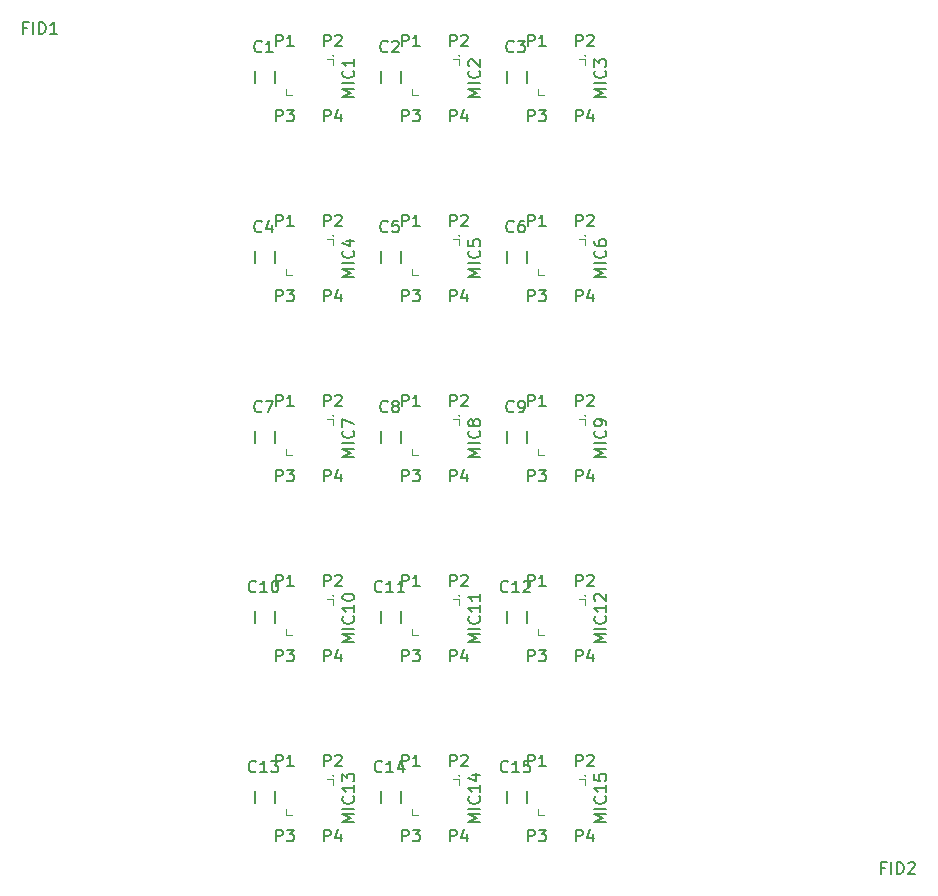
<source format=gbr>
G04 #@! TF.FileFunction,Legend,Top*
%FSLAX46Y46*%
G04 Gerber Fmt 4.6, Leading zero omitted, Abs format (unit mm)*
G04 Created by KiCad (PCBNEW no-vcs-found-product) date Qui 14 Abr 2016 10:23:32 BRT*
%MOMM*%
G01*
G04 APERTURE LIST*
%ADD10C,0.100000*%
%ADD11C,0.120000*%
%ADD12C,0.150000*%
G04 APERTURE END LIST*
D10*
D11*
X78778711Y-103102000D02*
G75*
G03X78778711Y-103102000I-70711J0D01*
G01*
X74708000Y-106402000D02*
X75208000Y-106402000D01*
X74708000Y-106402000D02*
X74708000Y-105902000D01*
X78708000Y-103402000D02*
X78708000Y-103902000D01*
X78708000Y-103402000D02*
X78208000Y-103402000D01*
D12*
X73748000Y-105402000D02*
X73748000Y-104402000D01*
X72048000Y-104402000D02*
X72048000Y-105402000D01*
X63080000Y-105402000D02*
X63080000Y-104402000D01*
X61380000Y-104402000D02*
X61380000Y-105402000D01*
X52412000Y-105402000D02*
X52412000Y-104402000D01*
X50712000Y-104402000D02*
X50712000Y-105402000D01*
D11*
X57442711Y-103102000D02*
G75*
G03X57442711Y-103102000I-70711J0D01*
G01*
X53372000Y-106402000D02*
X53872000Y-106402000D01*
X53372000Y-106402000D02*
X53372000Y-105902000D01*
X57372000Y-103402000D02*
X57372000Y-103902000D01*
X57372000Y-103402000D02*
X56872000Y-103402000D01*
X68110711Y-103102000D02*
G75*
G03X68110711Y-103102000I-70711J0D01*
G01*
X64040000Y-106402000D02*
X64540000Y-106402000D01*
X64040000Y-106402000D02*
X64040000Y-105902000D01*
X68040000Y-103402000D02*
X68040000Y-103902000D01*
X68040000Y-103402000D02*
X67540000Y-103402000D01*
X57442711Y-87862000D02*
G75*
G03X57442711Y-87862000I-70711J0D01*
G01*
X53372000Y-91162000D02*
X53872000Y-91162000D01*
X53372000Y-91162000D02*
X53372000Y-90662000D01*
X57372000Y-88162000D02*
X57372000Y-88662000D01*
X57372000Y-88162000D02*
X56872000Y-88162000D01*
X57442711Y-72622000D02*
G75*
G03X57442711Y-72622000I-70711J0D01*
G01*
X53372000Y-75922000D02*
X53872000Y-75922000D01*
X53372000Y-75922000D02*
X53372000Y-75422000D01*
X57372000Y-72922000D02*
X57372000Y-73422000D01*
X57372000Y-72922000D02*
X56872000Y-72922000D01*
X57442711Y-57382000D02*
G75*
G03X57442711Y-57382000I-70711J0D01*
G01*
X53372000Y-60682000D02*
X53872000Y-60682000D01*
X53372000Y-60682000D02*
X53372000Y-60182000D01*
X57372000Y-57682000D02*
X57372000Y-58182000D01*
X57372000Y-57682000D02*
X56872000Y-57682000D01*
D12*
X63080000Y-90162000D02*
X63080000Y-89162000D01*
X61380000Y-89162000D02*
X61380000Y-90162000D01*
X63080000Y-74922000D02*
X63080000Y-73922000D01*
X61380000Y-73922000D02*
X61380000Y-74922000D01*
X63080000Y-59682000D02*
X63080000Y-58682000D01*
X61380000Y-58682000D02*
X61380000Y-59682000D01*
X52412000Y-90162000D02*
X52412000Y-89162000D01*
X50712000Y-89162000D02*
X50712000Y-90162000D01*
X52412000Y-74922000D02*
X52412000Y-73922000D01*
X50712000Y-73922000D02*
X50712000Y-74922000D01*
X52412000Y-59682000D02*
X52412000Y-58682000D01*
X50712000Y-58682000D02*
X50712000Y-59682000D01*
D11*
X78778711Y-87862000D02*
G75*
G03X78778711Y-87862000I-70711J0D01*
G01*
X74708000Y-91162000D02*
X75208000Y-91162000D01*
X74708000Y-91162000D02*
X74708000Y-90662000D01*
X78708000Y-88162000D02*
X78708000Y-88662000D01*
X78708000Y-88162000D02*
X78208000Y-88162000D01*
X78778711Y-72622000D02*
G75*
G03X78778711Y-72622000I-70711J0D01*
G01*
X74708000Y-75922000D02*
X75208000Y-75922000D01*
X74708000Y-75922000D02*
X74708000Y-75422000D01*
X78708000Y-72922000D02*
X78708000Y-73422000D01*
X78708000Y-72922000D02*
X78208000Y-72922000D01*
X78778711Y-57382000D02*
G75*
G03X78778711Y-57382000I-70711J0D01*
G01*
X74708000Y-60682000D02*
X75208000Y-60682000D01*
X74708000Y-60682000D02*
X74708000Y-60182000D01*
X78708000Y-57682000D02*
X78708000Y-58182000D01*
X78708000Y-57682000D02*
X78208000Y-57682000D01*
D12*
X73748000Y-90162000D02*
X73748000Y-89162000D01*
X72048000Y-89162000D02*
X72048000Y-90162000D01*
X73748000Y-74922000D02*
X73748000Y-73922000D01*
X72048000Y-73922000D02*
X72048000Y-74922000D01*
X73748000Y-59682000D02*
X73748000Y-58682000D01*
X72048000Y-58682000D02*
X72048000Y-59682000D01*
D11*
X68110711Y-87862000D02*
G75*
G03X68110711Y-87862000I-70711J0D01*
G01*
X64040000Y-91162000D02*
X64540000Y-91162000D01*
X64040000Y-91162000D02*
X64040000Y-90662000D01*
X68040000Y-88162000D02*
X68040000Y-88662000D01*
X68040000Y-88162000D02*
X67540000Y-88162000D01*
X68110711Y-72622000D02*
G75*
G03X68110711Y-72622000I-70711J0D01*
G01*
X64040000Y-75922000D02*
X64540000Y-75922000D01*
X64040000Y-75922000D02*
X64040000Y-75422000D01*
X68040000Y-72922000D02*
X68040000Y-73422000D01*
X68040000Y-72922000D02*
X67540000Y-72922000D01*
X68110711Y-57382000D02*
G75*
G03X68110711Y-57382000I-70711J0D01*
G01*
X64040000Y-60682000D02*
X64540000Y-60682000D01*
X64040000Y-60682000D02*
X64040000Y-60182000D01*
X68040000Y-57682000D02*
X68040000Y-58182000D01*
X68040000Y-57682000D02*
X67540000Y-57682000D01*
X78778711Y-42142000D02*
G75*
G03X78778711Y-42142000I-70711J0D01*
G01*
X74708000Y-45442000D02*
X75208000Y-45442000D01*
X74708000Y-45442000D02*
X74708000Y-44942000D01*
X78708000Y-42442000D02*
X78708000Y-42942000D01*
X78708000Y-42442000D02*
X78208000Y-42442000D01*
X68110711Y-42142000D02*
G75*
G03X68110711Y-42142000I-70711J0D01*
G01*
X64040000Y-45442000D02*
X64540000Y-45442000D01*
X64040000Y-45442000D02*
X64040000Y-44942000D01*
X68040000Y-42442000D02*
X68040000Y-42942000D01*
X68040000Y-42442000D02*
X67540000Y-42442000D01*
D12*
X73748000Y-44442000D02*
X73748000Y-43442000D01*
X72048000Y-43442000D02*
X72048000Y-44442000D01*
X63080000Y-44442000D02*
X63080000Y-43442000D01*
X61380000Y-43442000D02*
X61380000Y-44442000D01*
D11*
X57442711Y-42142000D02*
G75*
G03X57442711Y-42142000I-70711J0D01*
G01*
X53372000Y-45442000D02*
X53872000Y-45442000D01*
X53372000Y-45442000D02*
X53372000Y-44942000D01*
X57372000Y-42442000D02*
X57372000Y-42942000D01*
X57372000Y-42442000D02*
X56872000Y-42442000D01*
D12*
X52412000Y-44442000D02*
X52412000Y-43442000D01*
X50712000Y-43442000D02*
X50712000Y-44442000D01*
X73840404Y-108656380D02*
X73840404Y-107656380D01*
X74221357Y-107656380D01*
X74316595Y-107704000D01*
X74364214Y-107751619D01*
X74411833Y-107846857D01*
X74411833Y-107989714D01*
X74364214Y-108084952D01*
X74316595Y-108132571D01*
X74221357Y-108180190D01*
X73840404Y-108180190D01*
X74745166Y-107656380D02*
X75364214Y-107656380D01*
X75030880Y-108037333D01*
X75173738Y-108037333D01*
X75268976Y-108084952D01*
X75316595Y-108132571D01*
X75364214Y-108227809D01*
X75364214Y-108465904D01*
X75316595Y-108561142D01*
X75268976Y-108608761D01*
X75173738Y-108656380D01*
X74888023Y-108656380D01*
X74792785Y-108608761D01*
X74745166Y-108561142D01*
X80462380Y-107023309D02*
X79462380Y-107023309D01*
X80176666Y-106689976D01*
X79462380Y-106356642D01*
X80462380Y-106356642D01*
X80462380Y-105880452D02*
X79462380Y-105880452D01*
X80367142Y-104832833D02*
X80414761Y-104880452D01*
X80462380Y-105023309D01*
X80462380Y-105118547D01*
X80414761Y-105261404D01*
X80319523Y-105356642D01*
X80224285Y-105404261D01*
X80033809Y-105451880D01*
X79890952Y-105451880D01*
X79700476Y-105404261D01*
X79605238Y-105356642D01*
X79510000Y-105261404D01*
X79462380Y-105118547D01*
X79462380Y-105023309D01*
X79510000Y-104880452D01*
X79557619Y-104832833D01*
X80462380Y-103880452D02*
X80462380Y-104451880D01*
X80462380Y-104166166D02*
X79462380Y-104166166D01*
X79605238Y-104261404D01*
X79700476Y-104356642D01*
X79748095Y-104451880D01*
X79462380Y-102975690D02*
X79462380Y-103451880D01*
X79938571Y-103499500D01*
X79890952Y-103451880D01*
X79843333Y-103356642D01*
X79843333Y-103118547D01*
X79890952Y-103023309D01*
X79938571Y-102975690D01*
X80033809Y-102928071D01*
X80271904Y-102928071D01*
X80367142Y-102975690D01*
X80414761Y-103023309D01*
X80462380Y-103118547D01*
X80462380Y-103356642D01*
X80414761Y-103451880D01*
X80367142Y-103499500D01*
X77904404Y-108656380D02*
X77904404Y-107656380D01*
X78285357Y-107656380D01*
X78380595Y-107704000D01*
X78428214Y-107751619D01*
X78475833Y-107846857D01*
X78475833Y-107989714D01*
X78428214Y-108084952D01*
X78380595Y-108132571D01*
X78285357Y-108180190D01*
X77904404Y-108180190D01*
X79332976Y-107989714D02*
X79332976Y-108656380D01*
X79094880Y-107608761D02*
X78856785Y-108323047D01*
X79475833Y-108323047D01*
X73840404Y-102306380D02*
X73840404Y-101306380D01*
X74221357Y-101306380D01*
X74316595Y-101354000D01*
X74364214Y-101401619D01*
X74411833Y-101496857D01*
X74411833Y-101639714D01*
X74364214Y-101734952D01*
X74316595Y-101782571D01*
X74221357Y-101830190D01*
X73840404Y-101830190D01*
X75364214Y-102306380D02*
X74792785Y-102306380D01*
X75078500Y-102306380D02*
X75078500Y-101306380D01*
X74983261Y-101449238D01*
X74888023Y-101544476D01*
X74792785Y-101592095D01*
X72157642Y-102719142D02*
X72110023Y-102766761D01*
X71967166Y-102814380D01*
X71871928Y-102814380D01*
X71729071Y-102766761D01*
X71633833Y-102671523D01*
X71586214Y-102576285D01*
X71538595Y-102385809D01*
X71538595Y-102242952D01*
X71586214Y-102052476D01*
X71633833Y-101957238D01*
X71729071Y-101862000D01*
X71871928Y-101814380D01*
X71967166Y-101814380D01*
X72110023Y-101862000D01*
X72157642Y-101909619D01*
X73110023Y-102814380D02*
X72538595Y-102814380D01*
X72824309Y-102814380D02*
X72824309Y-101814380D01*
X72729071Y-101957238D01*
X72633833Y-102052476D01*
X72538595Y-102100095D01*
X74014785Y-101814380D02*
X73538595Y-101814380D01*
X73490976Y-102290571D01*
X73538595Y-102242952D01*
X73633833Y-102195333D01*
X73871928Y-102195333D01*
X73967166Y-102242952D01*
X74014785Y-102290571D01*
X74062404Y-102385809D01*
X74062404Y-102623904D01*
X74014785Y-102719142D01*
X73967166Y-102766761D01*
X73871928Y-102814380D01*
X73633833Y-102814380D01*
X73538595Y-102766761D01*
X73490976Y-102719142D01*
X77904404Y-102306380D02*
X77904404Y-101306380D01*
X78285357Y-101306380D01*
X78380595Y-101354000D01*
X78428214Y-101401619D01*
X78475833Y-101496857D01*
X78475833Y-101639714D01*
X78428214Y-101734952D01*
X78380595Y-101782571D01*
X78285357Y-101830190D01*
X77904404Y-101830190D01*
X78856785Y-101401619D02*
X78904404Y-101354000D01*
X78999642Y-101306380D01*
X79237738Y-101306380D01*
X79332976Y-101354000D01*
X79380595Y-101401619D01*
X79428214Y-101496857D01*
X79428214Y-101592095D01*
X79380595Y-101734952D01*
X78809166Y-102306380D01*
X79428214Y-102306380D01*
X67236404Y-102306380D02*
X67236404Y-101306380D01*
X67617357Y-101306380D01*
X67712595Y-101354000D01*
X67760214Y-101401619D01*
X67807833Y-101496857D01*
X67807833Y-101639714D01*
X67760214Y-101734952D01*
X67712595Y-101782571D01*
X67617357Y-101830190D01*
X67236404Y-101830190D01*
X68188785Y-101401619D02*
X68236404Y-101354000D01*
X68331642Y-101306380D01*
X68569738Y-101306380D01*
X68664976Y-101354000D01*
X68712595Y-101401619D01*
X68760214Y-101496857D01*
X68760214Y-101592095D01*
X68712595Y-101734952D01*
X68141166Y-102306380D01*
X68760214Y-102306380D01*
X61489642Y-102719142D02*
X61442023Y-102766761D01*
X61299166Y-102814380D01*
X61203928Y-102814380D01*
X61061071Y-102766761D01*
X60965833Y-102671523D01*
X60918214Y-102576285D01*
X60870595Y-102385809D01*
X60870595Y-102242952D01*
X60918214Y-102052476D01*
X60965833Y-101957238D01*
X61061071Y-101862000D01*
X61203928Y-101814380D01*
X61299166Y-101814380D01*
X61442023Y-101862000D01*
X61489642Y-101909619D01*
X62442023Y-102814380D02*
X61870595Y-102814380D01*
X62156309Y-102814380D02*
X62156309Y-101814380D01*
X62061071Y-101957238D01*
X61965833Y-102052476D01*
X61870595Y-102100095D01*
X63299166Y-102147714D02*
X63299166Y-102814380D01*
X63061071Y-101766761D02*
X62822976Y-102481047D01*
X63442023Y-102481047D01*
X50821642Y-102719142D02*
X50774023Y-102766761D01*
X50631166Y-102814380D01*
X50535928Y-102814380D01*
X50393071Y-102766761D01*
X50297833Y-102671523D01*
X50250214Y-102576285D01*
X50202595Y-102385809D01*
X50202595Y-102242952D01*
X50250214Y-102052476D01*
X50297833Y-101957238D01*
X50393071Y-101862000D01*
X50535928Y-101814380D01*
X50631166Y-101814380D01*
X50774023Y-101862000D01*
X50821642Y-101909619D01*
X51774023Y-102814380D02*
X51202595Y-102814380D01*
X51488309Y-102814380D02*
X51488309Y-101814380D01*
X51393071Y-101957238D01*
X51297833Y-102052476D01*
X51202595Y-102100095D01*
X52107357Y-101814380D02*
X52726404Y-101814380D01*
X52393071Y-102195333D01*
X52535928Y-102195333D01*
X52631166Y-102242952D01*
X52678785Y-102290571D01*
X52726404Y-102385809D01*
X52726404Y-102623904D01*
X52678785Y-102719142D01*
X52631166Y-102766761D01*
X52535928Y-102814380D01*
X52250214Y-102814380D01*
X52154976Y-102766761D01*
X52107357Y-102719142D01*
X67236404Y-108656380D02*
X67236404Y-107656380D01*
X67617357Y-107656380D01*
X67712595Y-107704000D01*
X67760214Y-107751619D01*
X67807833Y-107846857D01*
X67807833Y-107989714D01*
X67760214Y-108084952D01*
X67712595Y-108132571D01*
X67617357Y-108180190D01*
X67236404Y-108180190D01*
X68664976Y-107989714D02*
X68664976Y-108656380D01*
X68426880Y-107608761D02*
X68188785Y-108323047D01*
X68807833Y-108323047D01*
X59126380Y-107023309D02*
X58126380Y-107023309D01*
X58840666Y-106689976D01*
X58126380Y-106356642D01*
X59126380Y-106356642D01*
X59126380Y-105880452D02*
X58126380Y-105880452D01*
X59031142Y-104832833D02*
X59078761Y-104880452D01*
X59126380Y-105023309D01*
X59126380Y-105118547D01*
X59078761Y-105261404D01*
X58983523Y-105356642D01*
X58888285Y-105404261D01*
X58697809Y-105451880D01*
X58554952Y-105451880D01*
X58364476Y-105404261D01*
X58269238Y-105356642D01*
X58174000Y-105261404D01*
X58126380Y-105118547D01*
X58126380Y-105023309D01*
X58174000Y-104880452D01*
X58221619Y-104832833D01*
X59126380Y-103880452D02*
X59126380Y-104451880D01*
X59126380Y-104166166D02*
X58126380Y-104166166D01*
X58269238Y-104261404D01*
X58364476Y-104356642D01*
X58412095Y-104451880D01*
X58126380Y-103547119D02*
X58126380Y-102928071D01*
X58507333Y-103261404D01*
X58507333Y-103118547D01*
X58554952Y-103023309D01*
X58602571Y-102975690D01*
X58697809Y-102928071D01*
X58935904Y-102928071D01*
X59031142Y-102975690D01*
X59078761Y-103023309D01*
X59126380Y-103118547D01*
X59126380Y-103404261D01*
X59078761Y-103499500D01*
X59031142Y-103547119D01*
X56568404Y-108656380D02*
X56568404Y-107656380D01*
X56949357Y-107656380D01*
X57044595Y-107704000D01*
X57092214Y-107751619D01*
X57139833Y-107846857D01*
X57139833Y-107989714D01*
X57092214Y-108084952D01*
X57044595Y-108132571D01*
X56949357Y-108180190D01*
X56568404Y-108180190D01*
X57996976Y-107989714D02*
X57996976Y-108656380D01*
X57758880Y-107608761D02*
X57520785Y-108323047D01*
X58139833Y-108323047D01*
X69794380Y-107023309D02*
X68794380Y-107023309D01*
X69508666Y-106689976D01*
X68794380Y-106356642D01*
X69794380Y-106356642D01*
X69794380Y-105880452D02*
X68794380Y-105880452D01*
X69699142Y-104832833D02*
X69746761Y-104880452D01*
X69794380Y-105023309D01*
X69794380Y-105118547D01*
X69746761Y-105261404D01*
X69651523Y-105356642D01*
X69556285Y-105404261D01*
X69365809Y-105451880D01*
X69222952Y-105451880D01*
X69032476Y-105404261D01*
X68937238Y-105356642D01*
X68842000Y-105261404D01*
X68794380Y-105118547D01*
X68794380Y-105023309D01*
X68842000Y-104880452D01*
X68889619Y-104832833D01*
X69794380Y-103880452D02*
X69794380Y-104451880D01*
X69794380Y-104166166D02*
X68794380Y-104166166D01*
X68937238Y-104261404D01*
X69032476Y-104356642D01*
X69080095Y-104451880D01*
X69127714Y-103023309D02*
X69794380Y-103023309D01*
X68746761Y-103261404D02*
X69461047Y-103499500D01*
X69461047Y-102880452D01*
X63172404Y-108656380D02*
X63172404Y-107656380D01*
X63553357Y-107656380D01*
X63648595Y-107704000D01*
X63696214Y-107751619D01*
X63743833Y-107846857D01*
X63743833Y-107989714D01*
X63696214Y-108084952D01*
X63648595Y-108132571D01*
X63553357Y-108180190D01*
X63172404Y-108180190D01*
X64077166Y-107656380D02*
X64696214Y-107656380D01*
X64362880Y-108037333D01*
X64505738Y-108037333D01*
X64600976Y-108084952D01*
X64648595Y-108132571D01*
X64696214Y-108227809D01*
X64696214Y-108465904D01*
X64648595Y-108561142D01*
X64600976Y-108608761D01*
X64505738Y-108656380D01*
X64220023Y-108656380D01*
X64124785Y-108608761D01*
X64077166Y-108561142D01*
X52504404Y-108656380D02*
X52504404Y-107656380D01*
X52885357Y-107656380D01*
X52980595Y-107704000D01*
X53028214Y-107751619D01*
X53075833Y-107846857D01*
X53075833Y-107989714D01*
X53028214Y-108084952D01*
X52980595Y-108132571D01*
X52885357Y-108180190D01*
X52504404Y-108180190D01*
X53409166Y-107656380D02*
X54028214Y-107656380D01*
X53694880Y-108037333D01*
X53837738Y-108037333D01*
X53932976Y-108084952D01*
X53980595Y-108132571D01*
X54028214Y-108227809D01*
X54028214Y-108465904D01*
X53980595Y-108561142D01*
X53932976Y-108608761D01*
X53837738Y-108656380D01*
X53552023Y-108656380D01*
X53456785Y-108608761D01*
X53409166Y-108561142D01*
X56568404Y-102306380D02*
X56568404Y-101306380D01*
X56949357Y-101306380D01*
X57044595Y-101354000D01*
X57092214Y-101401619D01*
X57139833Y-101496857D01*
X57139833Y-101639714D01*
X57092214Y-101734952D01*
X57044595Y-101782571D01*
X56949357Y-101830190D01*
X56568404Y-101830190D01*
X57520785Y-101401619D02*
X57568404Y-101354000D01*
X57663642Y-101306380D01*
X57901738Y-101306380D01*
X57996976Y-101354000D01*
X58044595Y-101401619D01*
X58092214Y-101496857D01*
X58092214Y-101592095D01*
X58044595Y-101734952D01*
X57473166Y-102306380D01*
X58092214Y-102306380D01*
X63172404Y-102306380D02*
X63172404Y-101306380D01*
X63553357Y-101306380D01*
X63648595Y-101354000D01*
X63696214Y-101401619D01*
X63743833Y-101496857D01*
X63743833Y-101639714D01*
X63696214Y-101734952D01*
X63648595Y-101782571D01*
X63553357Y-101830190D01*
X63172404Y-101830190D01*
X64696214Y-102306380D02*
X64124785Y-102306380D01*
X64410500Y-102306380D02*
X64410500Y-101306380D01*
X64315261Y-101449238D01*
X64220023Y-101544476D01*
X64124785Y-101592095D01*
X52504404Y-102306380D02*
X52504404Y-101306380D01*
X52885357Y-101306380D01*
X52980595Y-101354000D01*
X53028214Y-101401619D01*
X53075833Y-101496857D01*
X53075833Y-101639714D01*
X53028214Y-101734952D01*
X52980595Y-101782571D01*
X52885357Y-101830190D01*
X52504404Y-101830190D01*
X54028214Y-102306380D02*
X53456785Y-102306380D01*
X53742500Y-102306380D02*
X53742500Y-101306380D01*
X53647261Y-101449238D01*
X53552023Y-101544476D01*
X53456785Y-101592095D01*
X56568404Y-93416380D02*
X56568404Y-92416380D01*
X56949357Y-92416380D01*
X57044595Y-92464000D01*
X57092214Y-92511619D01*
X57139833Y-92606857D01*
X57139833Y-92749714D01*
X57092214Y-92844952D01*
X57044595Y-92892571D01*
X56949357Y-92940190D01*
X56568404Y-92940190D01*
X57996976Y-92749714D02*
X57996976Y-93416380D01*
X57758880Y-92368761D02*
X57520785Y-93083047D01*
X58139833Y-93083047D01*
X56568404Y-78176380D02*
X56568404Y-77176380D01*
X56949357Y-77176380D01*
X57044595Y-77224000D01*
X57092214Y-77271619D01*
X57139833Y-77366857D01*
X57139833Y-77509714D01*
X57092214Y-77604952D01*
X57044595Y-77652571D01*
X56949357Y-77700190D01*
X56568404Y-77700190D01*
X57996976Y-77509714D02*
X57996976Y-78176380D01*
X57758880Y-77128761D02*
X57520785Y-77843047D01*
X58139833Y-77843047D01*
X56568404Y-62936380D02*
X56568404Y-61936380D01*
X56949357Y-61936380D01*
X57044595Y-61984000D01*
X57092214Y-62031619D01*
X57139833Y-62126857D01*
X57139833Y-62269714D01*
X57092214Y-62364952D01*
X57044595Y-62412571D01*
X56949357Y-62460190D01*
X56568404Y-62460190D01*
X57996976Y-62269714D02*
X57996976Y-62936380D01*
X57758880Y-61888761D02*
X57520785Y-62603047D01*
X58139833Y-62603047D01*
X52504404Y-93416380D02*
X52504404Y-92416380D01*
X52885357Y-92416380D01*
X52980595Y-92464000D01*
X53028214Y-92511619D01*
X53075833Y-92606857D01*
X53075833Y-92749714D01*
X53028214Y-92844952D01*
X52980595Y-92892571D01*
X52885357Y-92940190D01*
X52504404Y-92940190D01*
X53409166Y-92416380D02*
X54028214Y-92416380D01*
X53694880Y-92797333D01*
X53837738Y-92797333D01*
X53932976Y-92844952D01*
X53980595Y-92892571D01*
X54028214Y-92987809D01*
X54028214Y-93225904D01*
X53980595Y-93321142D01*
X53932976Y-93368761D01*
X53837738Y-93416380D01*
X53552023Y-93416380D01*
X53456785Y-93368761D01*
X53409166Y-93321142D01*
X52504404Y-78176380D02*
X52504404Y-77176380D01*
X52885357Y-77176380D01*
X52980595Y-77224000D01*
X53028214Y-77271619D01*
X53075833Y-77366857D01*
X53075833Y-77509714D01*
X53028214Y-77604952D01*
X52980595Y-77652571D01*
X52885357Y-77700190D01*
X52504404Y-77700190D01*
X53409166Y-77176380D02*
X54028214Y-77176380D01*
X53694880Y-77557333D01*
X53837738Y-77557333D01*
X53932976Y-77604952D01*
X53980595Y-77652571D01*
X54028214Y-77747809D01*
X54028214Y-77985904D01*
X53980595Y-78081142D01*
X53932976Y-78128761D01*
X53837738Y-78176380D01*
X53552023Y-78176380D01*
X53456785Y-78128761D01*
X53409166Y-78081142D01*
X52504404Y-62936380D02*
X52504404Y-61936380D01*
X52885357Y-61936380D01*
X52980595Y-61984000D01*
X53028214Y-62031619D01*
X53075833Y-62126857D01*
X53075833Y-62269714D01*
X53028214Y-62364952D01*
X52980595Y-62412571D01*
X52885357Y-62460190D01*
X52504404Y-62460190D01*
X53409166Y-61936380D02*
X54028214Y-61936380D01*
X53694880Y-62317333D01*
X53837738Y-62317333D01*
X53932976Y-62364952D01*
X53980595Y-62412571D01*
X54028214Y-62507809D01*
X54028214Y-62745904D01*
X53980595Y-62841142D01*
X53932976Y-62888761D01*
X53837738Y-62936380D01*
X53552023Y-62936380D01*
X53456785Y-62888761D01*
X53409166Y-62841142D01*
X59126380Y-91783309D02*
X58126380Y-91783309D01*
X58840666Y-91449976D01*
X58126380Y-91116642D01*
X59126380Y-91116642D01*
X59126380Y-90640452D02*
X58126380Y-90640452D01*
X59031142Y-89592833D02*
X59078761Y-89640452D01*
X59126380Y-89783309D01*
X59126380Y-89878547D01*
X59078761Y-90021404D01*
X58983523Y-90116642D01*
X58888285Y-90164261D01*
X58697809Y-90211880D01*
X58554952Y-90211880D01*
X58364476Y-90164261D01*
X58269238Y-90116642D01*
X58174000Y-90021404D01*
X58126380Y-89878547D01*
X58126380Y-89783309D01*
X58174000Y-89640452D01*
X58221619Y-89592833D01*
X59126380Y-88640452D02*
X59126380Y-89211880D01*
X59126380Y-88926166D02*
X58126380Y-88926166D01*
X58269238Y-89021404D01*
X58364476Y-89116642D01*
X58412095Y-89211880D01*
X58126380Y-88021404D02*
X58126380Y-87926166D01*
X58174000Y-87830928D01*
X58221619Y-87783309D01*
X58316857Y-87735690D01*
X58507333Y-87688071D01*
X58745428Y-87688071D01*
X58935904Y-87735690D01*
X59031142Y-87783309D01*
X59078761Y-87830928D01*
X59126380Y-87926166D01*
X59126380Y-88021404D01*
X59078761Y-88116642D01*
X59031142Y-88164261D01*
X58935904Y-88211880D01*
X58745428Y-88259500D01*
X58507333Y-88259500D01*
X58316857Y-88211880D01*
X58221619Y-88164261D01*
X58174000Y-88116642D01*
X58126380Y-88021404D01*
X59126380Y-76067119D02*
X58126380Y-76067119D01*
X58840666Y-75733785D01*
X58126380Y-75400452D01*
X59126380Y-75400452D01*
X59126380Y-74924261D02*
X58126380Y-74924261D01*
X59031142Y-73876642D02*
X59078761Y-73924261D01*
X59126380Y-74067119D01*
X59126380Y-74162357D01*
X59078761Y-74305214D01*
X58983523Y-74400452D01*
X58888285Y-74448071D01*
X58697809Y-74495690D01*
X58554952Y-74495690D01*
X58364476Y-74448071D01*
X58269238Y-74400452D01*
X58174000Y-74305214D01*
X58126380Y-74162357D01*
X58126380Y-74067119D01*
X58174000Y-73924261D01*
X58221619Y-73876642D01*
X58126380Y-73543309D02*
X58126380Y-72876642D01*
X59126380Y-73305214D01*
X59126380Y-60827119D02*
X58126380Y-60827119D01*
X58840666Y-60493785D01*
X58126380Y-60160452D01*
X59126380Y-60160452D01*
X59126380Y-59684261D02*
X58126380Y-59684261D01*
X59031142Y-58636642D02*
X59078761Y-58684261D01*
X59126380Y-58827119D01*
X59126380Y-58922357D01*
X59078761Y-59065214D01*
X58983523Y-59160452D01*
X58888285Y-59208071D01*
X58697809Y-59255690D01*
X58554952Y-59255690D01*
X58364476Y-59208071D01*
X58269238Y-59160452D01*
X58174000Y-59065214D01*
X58126380Y-58922357D01*
X58126380Y-58827119D01*
X58174000Y-58684261D01*
X58221619Y-58636642D01*
X58459714Y-57779500D02*
X59126380Y-57779500D01*
X58078761Y-58017595D02*
X58793047Y-58255690D01*
X58793047Y-57636642D01*
X61489642Y-87479142D02*
X61442023Y-87526761D01*
X61299166Y-87574380D01*
X61203928Y-87574380D01*
X61061071Y-87526761D01*
X60965833Y-87431523D01*
X60918214Y-87336285D01*
X60870595Y-87145809D01*
X60870595Y-87002952D01*
X60918214Y-86812476D01*
X60965833Y-86717238D01*
X61061071Y-86622000D01*
X61203928Y-86574380D01*
X61299166Y-86574380D01*
X61442023Y-86622000D01*
X61489642Y-86669619D01*
X62442023Y-87574380D02*
X61870595Y-87574380D01*
X62156309Y-87574380D02*
X62156309Y-86574380D01*
X62061071Y-86717238D01*
X61965833Y-86812476D01*
X61870595Y-86860095D01*
X63394404Y-87574380D02*
X62822976Y-87574380D01*
X63108690Y-87574380D02*
X63108690Y-86574380D01*
X63013452Y-86717238D01*
X62918214Y-86812476D01*
X62822976Y-86860095D01*
X61965833Y-72239142D02*
X61918214Y-72286761D01*
X61775357Y-72334380D01*
X61680119Y-72334380D01*
X61537261Y-72286761D01*
X61442023Y-72191523D01*
X61394404Y-72096285D01*
X61346785Y-71905809D01*
X61346785Y-71762952D01*
X61394404Y-71572476D01*
X61442023Y-71477238D01*
X61537261Y-71382000D01*
X61680119Y-71334380D01*
X61775357Y-71334380D01*
X61918214Y-71382000D01*
X61965833Y-71429619D01*
X62537261Y-71762952D02*
X62442023Y-71715333D01*
X62394404Y-71667714D01*
X62346785Y-71572476D01*
X62346785Y-71524857D01*
X62394404Y-71429619D01*
X62442023Y-71382000D01*
X62537261Y-71334380D01*
X62727738Y-71334380D01*
X62822976Y-71382000D01*
X62870595Y-71429619D01*
X62918214Y-71524857D01*
X62918214Y-71572476D01*
X62870595Y-71667714D01*
X62822976Y-71715333D01*
X62727738Y-71762952D01*
X62537261Y-71762952D01*
X62442023Y-71810571D01*
X62394404Y-71858190D01*
X62346785Y-71953428D01*
X62346785Y-72143904D01*
X62394404Y-72239142D01*
X62442023Y-72286761D01*
X62537261Y-72334380D01*
X62727738Y-72334380D01*
X62822976Y-72286761D01*
X62870595Y-72239142D01*
X62918214Y-72143904D01*
X62918214Y-71953428D01*
X62870595Y-71858190D01*
X62822976Y-71810571D01*
X62727738Y-71762952D01*
X61965833Y-56999142D02*
X61918214Y-57046761D01*
X61775357Y-57094380D01*
X61680119Y-57094380D01*
X61537261Y-57046761D01*
X61442023Y-56951523D01*
X61394404Y-56856285D01*
X61346785Y-56665809D01*
X61346785Y-56522952D01*
X61394404Y-56332476D01*
X61442023Y-56237238D01*
X61537261Y-56142000D01*
X61680119Y-56094380D01*
X61775357Y-56094380D01*
X61918214Y-56142000D01*
X61965833Y-56189619D01*
X62870595Y-56094380D02*
X62394404Y-56094380D01*
X62346785Y-56570571D01*
X62394404Y-56522952D01*
X62489642Y-56475333D01*
X62727738Y-56475333D01*
X62822976Y-56522952D01*
X62870595Y-56570571D01*
X62918214Y-56665809D01*
X62918214Y-56903904D01*
X62870595Y-56999142D01*
X62822976Y-57046761D01*
X62727738Y-57094380D01*
X62489642Y-57094380D01*
X62394404Y-57046761D01*
X62346785Y-56999142D01*
X56568404Y-87066380D02*
X56568404Y-86066380D01*
X56949357Y-86066380D01*
X57044595Y-86114000D01*
X57092214Y-86161619D01*
X57139833Y-86256857D01*
X57139833Y-86399714D01*
X57092214Y-86494952D01*
X57044595Y-86542571D01*
X56949357Y-86590190D01*
X56568404Y-86590190D01*
X57520785Y-86161619D02*
X57568404Y-86114000D01*
X57663642Y-86066380D01*
X57901738Y-86066380D01*
X57996976Y-86114000D01*
X58044595Y-86161619D01*
X58092214Y-86256857D01*
X58092214Y-86352095D01*
X58044595Y-86494952D01*
X57473166Y-87066380D01*
X58092214Y-87066380D01*
X56568404Y-71826380D02*
X56568404Y-70826380D01*
X56949357Y-70826380D01*
X57044595Y-70874000D01*
X57092214Y-70921619D01*
X57139833Y-71016857D01*
X57139833Y-71159714D01*
X57092214Y-71254952D01*
X57044595Y-71302571D01*
X56949357Y-71350190D01*
X56568404Y-71350190D01*
X57520785Y-70921619D02*
X57568404Y-70874000D01*
X57663642Y-70826380D01*
X57901738Y-70826380D01*
X57996976Y-70874000D01*
X58044595Y-70921619D01*
X58092214Y-71016857D01*
X58092214Y-71112095D01*
X58044595Y-71254952D01*
X57473166Y-71826380D01*
X58092214Y-71826380D01*
X56568404Y-56586380D02*
X56568404Y-55586380D01*
X56949357Y-55586380D01*
X57044595Y-55634000D01*
X57092214Y-55681619D01*
X57139833Y-55776857D01*
X57139833Y-55919714D01*
X57092214Y-56014952D01*
X57044595Y-56062571D01*
X56949357Y-56110190D01*
X56568404Y-56110190D01*
X57520785Y-55681619D02*
X57568404Y-55634000D01*
X57663642Y-55586380D01*
X57901738Y-55586380D01*
X57996976Y-55634000D01*
X58044595Y-55681619D01*
X58092214Y-55776857D01*
X58092214Y-55872095D01*
X58044595Y-56014952D01*
X57473166Y-56586380D01*
X58092214Y-56586380D01*
X50821642Y-87479142D02*
X50774023Y-87526761D01*
X50631166Y-87574380D01*
X50535928Y-87574380D01*
X50393071Y-87526761D01*
X50297833Y-87431523D01*
X50250214Y-87336285D01*
X50202595Y-87145809D01*
X50202595Y-87002952D01*
X50250214Y-86812476D01*
X50297833Y-86717238D01*
X50393071Y-86622000D01*
X50535928Y-86574380D01*
X50631166Y-86574380D01*
X50774023Y-86622000D01*
X50821642Y-86669619D01*
X51774023Y-87574380D02*
X51202595Y-87574380D01*
X51488309Y-87574380D02*
X51488309Y-86574380D01*
X51393071Y-86717238D01*
X51297833Y-86812476D01*
X51202595Y-86860095D01*
X52393071Y-86574380D02*
X52488309Y-86574380D01*
X52583547Y-86622000D01*
X52631166Y-86669619D01*
X52678785Y-86764857D01*
X52726404Y-86955333D01*
X52726404Y-87193428D01*
X52678785Y-87383904D01*
X52631166Y-87479142D01*
X52583547Y-87526761D01*
X52488309Y-87574380D01*
X52393071Y-87574380D01*
X52297833Y-87526761D01*
X52250214Y-87479142D01*
X52202595Y-87383904D01*
X52154976Y-87193428D01*
X52154976Y-86955333D01*
X52202595Y-86764857D01*
X52250214Y-86669619D01*
X52297833Y-86622000D01*
X52393071Y-86574380D01*
X51297833Y-72239142D02*
X51250214Y-72286761D01*
X51107357Y-72334380D01*
X51012119Y-72334380D01*
X50869261Y-72286761D01*
X50774023Y-72191523D01*
X50726404Y-72096285D01*
X50678785Y-71905809D01*
X50678785Y-71762952D01*
X50726404Y-71572476D01*
X50774023Y-71477238D01*
X50869261Y-71382000D01*
X51012119Y-71334380D01*
X51107357Y-71334380D01*
X51250214Y-71382000D01*
X51297833Y-71429619D01*
X51631166Y-71334380D02*
X52297833Y-71334380D01*
X51869261Y-72334380D01*
X51297833Y-56999142D02*
X51250214Y-57046761D01*
X51107357Y-57094380D01*
X51012119Y-57094380D01*
X50869261Y-57046761D01*
X50774023Y-56951523D01*
X50726404Y-56856285D01*
X50678785Y-56665809D01*
X50678785Y-56522952D01*
X50726404Y-56332476D01*
X50774023Y-56237238D01*
X50869261Y-56142000D01*
X51012119Y-56094380D01*
X51107357Y-56094380D01*
X51250214Y-56142000D01*
X51297833Y-56189619D01*
X52154976Y-56427714D02*
X52154976Y-57094380D01*
X51916880Y-56046761D02*
X51678785Y-56761047D01*
X52297833Y-56761047D01*
X52504404Y-87066380D02*
X52504404Y-86066380D01*
X52885357Y-86066380D01*
X52980595Y-86114000D01*
X53028214Y-86161619D01*
X53075833Y-86256857D01*
X53075833Y-86399714D01*
X53028214Y-86494952D01*
X52980595Y-86542571D01*
X52885357Y-86590190D01*
X52504404Y-86590190D01*
X54028214Y-87066380D02*
X53456785Y-87066380D01*
X53742500Y-87066380D02*
X53742500Y-86066380D01*
X53647261Y-86209238D01*
X53552023Y-86304476D01*
X53456785Y-86352095D01*
X52504404Y-71826380D02*
X52504404Y-70826380D01*
X52885357Y-70826380D01*
X52980595Y-70874000D01*
X53028214Y-70921619D01*
X53075833Y-71016857D01*
X53075833Y-71159714D01*
X53028214Y-71254952D01*
X52980595Y-71302571D01*
X52885357Y-71350190D01*
X52504404Y-71350190D01*
X54028214Y-71826380D02*
X53456785Y-71826380D01*
X53742500Y-71826380D02*
X53742500Y-70826380D01*
X53647261Y-70969238D01*
X53552023Y-71064476D01*
X53456785Y-71112095D01*
X52504404Y-56586380D02*
X52504404Y-55586380D01*
X52885357Y-55586380D01*
X52980595Y-55634000D01*
X53028214Y-55681619D01*
X53075833Y-55776857D01*
X53075833Y-55919714D01*
X53028214Y-56014952D01*
X52980595Y-56062571D01*
X52885357Y-56110190D01*
X52504404Y-56110190D01*
X54028214Y-56586380D02*
X53456785Y-56586380D01*
X53742500Y-56586380D02*
X53742500Y-55586380D01*
X53647261Y-55729238D01*
X53552023Y-55824476D01*
X53456785Y-55872095D01*
X77904404Y-93416380D02*
X77904404Y-92416380D01*
X78285357Y-92416380D01*
X78380595Y-92464000D01*
X78428214Y-92511619D01*
X78475833Y-92606857D01*
X78475833Y-92749714D01*
X78428214Y-92844952D01*
X78380595Y-92892571D01*
X78285357Y-92940190D01*
X77904404Y-92940190D01*
X79332976Y-92749714D02*
X79332976Y-93416380D01*
X79094880Y-92368761D02*
X78856785Y-93083047D01*
X79475833Y-93083047D01*
X77904404Y-78176380D02*
X77904404Y-77176380D01*
X78285357Y-77176380D01*
X78380595Y-77224000D01*
X78428214Y-77271619D01*
X78475833Y-77366857D01*
X78475833Y-77509714D01*
X78428214Y-77604952D01*
X78380595Y-77652571D01*
X78285357Y-77700190D01*
X77904404Y-77700190D01*
X79332976Y-77509714D02*
X79332976Y-78176380D01*
X79094880Y-77128761D02*
X78856785Y-77843047D01*
X79475833Y-77843047D01*
X77904404Y-62936380D02*
X77904404Y-61936380D01*
X78285357Y-61936380D01*
X78380595Y-61984000D01*
X78428214Y-62031619D01*
X78475833Y-62126857D01*
X78475833Y-62269714D01*
X78428214Y-62364952D01*
X78380595Y-62412571D01*
X78285357Y-62460190D01*
X77904404Y-62460190D01*
X79332976Y-62269714D02*
X79332976Y-62936380D01*
X79094880Y-61888761D02*
X78856785Y-62603047D01*
X79475833Y-62603047D01*
X73840404Y-93416380D02*
X73840404Y-92416380D01*
X74221357Y-92416380D01*
X74316595Y-92464000D01*
X74364214Y-92511619D01*
X74411833Y-92606857D01*
X74411833Y-92749714D01*
X74364214Y-92844952D01*
X74316595Y-92892571D01*
X74221357Y-92940190D01*
X73840404Y-92940190D01*
X74745166Y-92416380D02*
X75364214Y-92416380D01*
X75030880Y-92797333D01*
X75173738Y-92797333D01*
X75268976Y-92844952D01*
X75316595Y-92892571D01*
X75364214Y-92987809D01*
X75364214Y-93225904D01*
X75316595Y-93321142D01*
X75268976Y-93368761D01*
X75173738Y-93416380D01*
X74888023Y-93416380D01*
X74792785Y-93368761D01*
X74745166Y-93321142D01*
X73840404Y-78176380D02*
X73840404Y-77176380D01*
X74221357Y-77176380D01*
X74316595Y-77224000D01*
X74364214Y-77271619D01*
X74411833Y-77366857D01*
X74411833Y-77509714D01*
X74364214Y-77604952D01*
X74316595Y-77652571D01*
X74221357Y-77700190D01*
X73840404Y-77700190D01*
X74745166Y-77176380D02*
X75364214Y-77176380D01*
X75030880Y-77557333D01*
X75173738Y-77557333D01*
X75268976Y-77604952D01*
X75316595Y-77652571D01*
X75364214Y-77747809D01*
X75364214Y-77985904D01*
X75316595Y-78081142D01*
X75268976Y-78128761D01*
X75173738Y-78176380D01*
X74888023Y-78176380D01*
X74792785Y-78128761D01*
X74745166Y-78081142D01*
X73840404Y-62936380D02*
X73840404Y-61936380D01*
X74221357Y-61936380D01*
X74316595Y-61984000D01*
X74364214Y-62031619D01*
X74411833Y-62126857D01*
X74411833Y-62269714D01*
X74364214Y-62364952D01*
X74316595Y-62412571D01*
X74221357Y-62460190D01*
X73840404Y-62460190D01*
X74745166Y-61936380D02*
X75364214Y-61936380D01*
X75030880Y-62317333D01*
X75173738Y-62317333D01*
X75268976Y-62364952D01*
X75316595Y-62412571D01*
X75364214Y-62507809D01*
X75364214Y-62745904D01*
X75316595Y-62841142D01*
X75268976Y-62888761D01*
X75173738Y-62936380D01*
X74888023Y-62936380D01*
X74792785Y-62888761D01*
X74745166Y-62841142D01*
X77904404Y-87066380D02*
X77904404Y-86066380D01*
X78285357Y-86066380D01*
X78380595Y-86114000D01*
X78428214Y-86161619D01*
X78475833Y-86256857D01*
X78475833Y-86399714D01*
X78428214Y-86494952D01*
X78380595Y-86542571D01*
X78285357Y-86590190D01*
X77904404Y-86590190D01*
X78856785Y-86161619D02*
X78904404Y-86114000D01*
X78999642Y-86066380D01*
X79237738Y-86066380D01*
X79332976Y-86114000D01*
X79380595Y-86161619D01*
X79428214Y-86256857D01*
X79428214Y-86352095D01*
X79380595Y-86494952D01*
X78809166Y-87066380D01*
X79428214Y-87066380D01*
X77904404Y-71826380D02*
X77904404Y-70826380D01*
X78285357Y-70826380D01*
X78380595Y-70874000D01*
X78428214Y-70921619D01*
X78475833Y-71016857D01*
X78475833Y-71159714D01*
X78428214Y-71254952D01*
X78380595Y-71302571D01*
X78285357Y-71350190D01*
X77904404Y-71350190D01*
X78856785Y-70921619D02*
X78904404Y-70874000D01*
X78999642Y-70826380D01*
X79237738Y-70826380D01*
X79332976Y-70874000D01*
X79380595Y-70921619D01*
X79428214Y-71016857D01*
X79428214Y-71112095D01*
X79380595Y-71254952D01*
X78809166Y-71826380D01*
X79428214Y-71826380D01*
X77904404Y-56586380D02*
X77904404Y-55586380D01*
X78285357Y-55586380D01*
X78380595Y-55634000D01*
X78428214Y-55681619D01*
X78475833Y-55776857D01*
X78475833Y-55919714D01*
X78428214Y-56014952D01*
X78380595Y-56062571D01*
X78285357Y-56110190D01*
X77904404Y-56110190D01*
X78856785Y-55681619D02*
X78904404Y-55634000D01*
X78999642Y-55586380D01*
X79237738Y-55586380D01*
X79332976Y-55634000D01*
X79380595Y-55681619D01*
X79428214Y-55776857D01*
X79428214Y-55872095D01*
X79380595Y-56014952D01*
X78809166Y-56586380D01*
X79428214Y-56586380D01*
X80462380Y-91783309D02*
X79462380Y-91783309D01*
X80176666Y-91449976D01*
X79462380Y-91116642D01*
X80462380Y-91116642D01*
X80462380Y-90640452D02*
X79462380Y-90640452D01*
X80367142Y-89592833D02*
X80414761Y-89640452D01*
X80462380Y-89783309D01*
X80462380Y-89878547D01*
X80414761Y-90021404D01*
X80319523Y-90116642D01*
X80224285Y-90164261D01*
X80033809Y-90211880D01*
X79890952Y-90211880D01*
X79700476Y-90164261D01*
X79605238Y-90116642D01*
X79510000Y-90021404D01*
X79462380Y-89878547D01*
X79462380Y-89783309D01*
X79510000Y-89640452D01*
X79557619Y-89592833D01*
X80462380Y-88640452D02*
X80462380Y-89211880D01*
X80462380Y-88926166D02*
X79462380Y-88926166D01*
X79605238Y-89021404D01*
X79700476Y-89116642D01*
X79748095Y-89211880D01*
X79557619Y-88259500D02*
X79510000Y-88211880D01*
X79462380Y-88116642D01*
X79462380Y-87878547D01*
X79510000Y-87783309D01*
X79557619Y-87735690D01*
X79652857Y-87688071D01*
X79748095Y-87688071D01*
X79890952Y-87735690D01*
X80462380Y-88307119D01*
X80462380Y-87688071D01*
X80462380Y-76067119D02*
X79462380Y-76067119D01*
X80176666Y-75733785D01*
X79462380Y-75400452D01*
X80462380Y-75400452D01*
X80462380Y-74924261D02*
X79462380Y-74924261D01*
X80367142Y-73876642D02*
X80414761Y-73924261D01*
X80462380Y-74067119D01*
X80462380Y-74162357D01*
X80414761Y-74305214D01*
X80319523Y-74400452D01*
X80224285Y-74448071D01*
X80033809Y-74495690D01*
X79890952Y-74495690D01*
X79700476Y-74448071D01*
X79605238Y-74400452D01*
X79510000Y-74305214D01*
X79462380Y-74162357D01*
X79462380Y-74067119D01*
X79510000Y-73924261D01*
X79557619Y-73876642D01*
X80462380Y-73400452D02*
X80462380Y-73209976D01*
X80414761Y-73114738D01*
X80367142Y-73067119D01*
X80224285Y-72971880D01*
X80033809Y-72924261D01*
X79652857Y-72924261D01*
X79557619Y-72971880D01*
X79510000Y-73019500D01*
X79462380Y-73114738D01*
X79462380Y-73305214D01*
X79510000Y-73400452D01*
X79557619Y-73448071D01*
X79652857Y-73495690D01*
X79890952Y-73495690D01*
X79986190Y-73448071D01*
X80033809Y-73400452D01*
X80081428Y-73305214D01*
X80081428Y-73114738D01*
X80033809Y-73019500D01*
X79986190Y-72971880D01*
X79890952Y-72924261D01*
X80462380Y-60827119D02*
X79462380Y-60827119D01*
X80176666Y-60493785D01*
X79462380Y-60160452D01*
X80462380Y-60160452D01*
X80462380Y-59684261D02*
X79462380Y-59684261D01*
X80367142Y-58636642D02*
X80414761Y-58684261D01*
X80462380Y-58827119D01*
X80462380Y-58922357D01*
X80414761Y-59065214D01*
X80319523Y-59160452D01*
X80224285Y-59208071D01*
X80033809Y-59255690D01*
X79890952Y-59255690D01*
X79700476Y-59208071D01*
X79605238Y-59160452D01*
X79510000Y-59065214D01*
X79462380Y-58922357D01*
X79462380Y-58827119D01*
X79510000Y-58684261D01*
X79557619Y-58636642D01*
X79462380Y-57779500D02*
X79462380Y-57969976D01*
X79510000Y-58065214D01*
X79557619Y-58112833D01*
X79700476Y-58208071D01*
X79890952Y-58255690D01*
X80271904Y-58255690D01*
X80367142Y-58208071D01*
X80414761Y-58160452D01*
X80462380Y-58065214D01*
X80462380Y-57874738D01*
X80414761Y-57779500D01*
X80367142Y-57731880D01*
X80271904Y-57684261D01*
X80033809Y-57684261D01*
X79938571Y-57731880D01*
X79890952Y-57779500D01*
X79843333Y-57874738D01*
X79843333Y-58065214D01*
X79890952Y-58160452D01*
X79938571Y-58208071D01*
X80033809Y-58255690D01*
X73840404Y-87066380D02*
X73840404Y-86066380D01*
X74221357Y-86066380D01*
X74316595Y-86114000D01*
X74364214Y-86161619D01*
X74411833Y-86256857D01*
X74411833Y-86399714D01*
X74364214Y-86494952D01*
X74316595Y-86542571D01*
X74221357Y-86590190D01*
X73840404Y-86590190D01*
X75364214Y-87066380D02*
X74792785Y-87066380D01*
X75078500Y-87066380D02*
X75078500Y-86066380D01*
X74983261Y-86209238D01*
X74888023Y-86304476D01*
X74792785Y-86352095D01*
X73840404Y-71826380D02*
X73840404Y-70826380D01*
X74221357Y-70826380D01*
X74316595Y-70874000D01*
X74364214Y-70921619D01*
X74411833Y-71016857D01*
X74411833Y-71159714D01*
X74364214Y-71254952D01*
X74316595Y-71302571D01*
X74221357Y-71350190D01*
X73840404Y-71350190D01*
X75364214Y-71826380D02*
X74792785Y-71826380D01*
X75078500Y-71826380D02*
X75078500Y-70826380D01*
X74983261Y-70969238D01*
X74888023Y-71064476D01*
X74792785Y-71112095D01*
X73840404Y-56586380D02*
X73840404Y-55586380D01*
X74221357Y-55586380D01*
X74316595Y-55634000D01*
X74364214Y-55681619D01*
X74411833Y-55776857D01*
X74411833Y-55919714D01*
X74364214Y-56014952D01*
X74316595Y-56062571D01*
X74221357Y-56110190D01*
X73840404Y-56110190D01*
X75364214Y-56586380D02*
X74792785Y-56586380D01*
X75078500Y-56586380D02*
X75078500Y-55586380D01*
X74983261Y-55729238D01*
X74888023Y-55824476D01*
X74792785Y-55872095D01*
X67236404Y-93416380D02*
X67236404Y-92416380D01*
X67617357Y-92416380D01*
X67712595Y-92464000D01*
X67760214Y-92511619D01*
X67807833Y-92606857D01*
X67807833Y-92749714D01*
X67760214Y-92844952D01*
X67712595Y-92892571D01*
X67617357Y-92940190D01*
X67236404Y-92940190D01*
X68664976Y-92749714D02*
X68664976Y-93416380D01*
X68426880Y-92368761D02*
X68188785Y-93083047D01*
X68807833Y-93083047D01*
X67236404Y-78176380D02*
X67236404Y-77176380D01*
X67617357Y-77176380D01*
X67712595Y-77224000D01*
X67760214Y-77271619D01*
X67807833Y-77366857D01*
X67807833Y-77509714D01*
X67760214Y-77604952D01*
X67712595Y-77652571D01*
X67617357Y-77700190D01*
X67236404Y-77700190D01*
X68664976Y-77509714D02*
X68664976Y-78176380D01*
X68426880Y-77128761D02*
X68188785Y-77843047D01*
X68807833Y-77843047D01*
X67236404Y-62936380D02*
X67236404Y-61936380D01*
X67617357Y-61936380D01*
X67712595Y-61984000D01*
X67760214Y-62031619D01*
X67807833Y-62126857D01*
X67807833Y-62269714D01*
X67760214Y-62364952D01*
X67712595Y-62412571D01*
X67617357Y-62460190D01*
X67236404Y-62460190D01*
X68664976Y-62269714D02*
X68664976Y-62936380D01*
X68426880Y-61888761D02*
X68188785Y-62603047D01*
X68807833Y-62603047D01*
X63172404Y-93416380D02*
X63172404Y-92416380D01*
X63553357Y-92416380D01*
X63648595Y-92464000D01*
X63696214Y-92511619D01*
X63743833Y-92606857D01*
X63743833Y-92749714D01*
X63696214Y-92844952D01*
X63648595Y-92892571D01*
X63553357Y-92940190D01*
X63172404Y-92940190D01*
X64077166Y-92416380D02*
X64696214Y-92416380D01*
X64362880Y-92797333D01*
X64505738Y-92797333D01*
X64600976Y-92844952D01*
X64648595Y-92892571D01*
X64696214Y-92987809D01*
X64696214Y-93225904D01*
X64648595Y-93321142D01*
X64600976Y-93368761D01*
X64505738Y-93416380D01*
X64220023Y-93416380D01*
X64124785Y-93368761D01*
X64077166Y-93321142D01*
X63172404Y-78176380D02*
X63172404Y-77176380D01*
X63553357Y-77176380D01*
X63648595Y-77224000D01*
X63696214Y-77271619D01*
X63743833Y-77366857D01*
X63743833Y-77509714D01*
X63696214Y-77604952D01*
X63648595Y-77652571D01*
X63553357Y-77700190D01*
X63172404Y-77700190D01*
X64077166Y-77176380D02*
X64696214Y-77176380D01*
X64362880Y-77557333D01*
X64505738Y-77557333D01*
X64600976Y-77604952D01*
X64648595Y-77652571D01*
X64696214Y-77747809D01*
X64696214Y-77985904D01*
X64648595Y-78081142D01*
X64600976Y-78128761D01*
X64505738Y-78176380D01*
X64220023Y-78176380D01*
X64124785Y-78128761D01*
X64077166Y-78081142D01*
X63172404Y-62936380D02*
X63172404Y-61936380D01*
X63553357Y-61936380D01*
X63648595Y-61984000D01*
X63696214Y-62031619D01*
X63743833Y-62126857D01*
X63743833Y-62269714D01*
X63696214Y-62364952D01*
X63648595Y-62412571D01*
X63553357Y-62460190D01*
X63172404Y-62460190D01*
X64077166Y-61936380D02*
X64696214Y-61936380D01*
X64362880Y-62317333D01*
X64505738Y-62317333D01*
X64600976Y-62364952D01*
X64648595Y-62412571D01*
X64696214Y-62507809D01*
X64696214Y-62745904D01*
X64648595Y-62841142D01*
X64600976Y-62888761D01*
X64505738Y-62936380D01*
X64220023Y-62936380D01*
X64124785Y-62888761D01*
X64077166Y-62841142D01*
X72157642Y-87479142D02*
X72110023Y-87526761D01*
X71967166Y-87574380D01*
X71871928Y-87574380D01*
X71729071Y-87526761D01*
X71633833Y-87431523D01*
X71586214Y-87336285D01*
X71538595Y-87145809D01*
X71538595Y-87002952D01*
X71586214Y-86812476D01*
X71633833Y-86717238D01*
X71729071Y-86622000D01*
X71871928Y-86574380D01*
X71967166Y-86574380D01*
X72110023Y-86622000D01*
X72157642Y-86669619D01*
X73110023Y-87574380D02*
X72538595Y-87574380D01*
X72824309Y-87574380D02*
X72824309Y-86574380D01*
X72729071Y-86717238D01*
X72633833Y-86812476D01*
X72538595Y-86860095D01*
X73490976Y-86669619D02*
X73538595Y-86622000D01*
X73633833Y-86574380D01*
X73871928Y-86574380D01*
X73967166Y-86622000D01*
X74014785Y-86669619D01*
X74062404Y-86764857D01*
X74062404Y-86860095D01*
X74014785Y-87002952D01*
X73443357Y-87574380D01*
X74062404Y-87574380D01*
X72633833Y-72239142D02*
X72586214Y-72286761D01*
X72443357Y-72334380D01*
X72348119Y-72334380D01*
X72205261Y-72286761D01*
X72110023Y-72191523D01*
X72062404Y-72096285D01*
X72014785Y-71905809D01*
X72014785Y-71762952D01*
X72062404Y-71572476D01*
X72110023Y-71477238D01*
X72205261Y-71382000D01*
X72348119Y-71334380D01*
X72443357Y-71334380D01*
X72586214Y-71382000D01*
X72633833Y-71429619D01*
X73110023Y-72334380D02*
X73300500Y-72334380D01*
X73395738Y-72286761D01*
X73443357Y-72239142D01*
X73538595Y-72096285D01*
X73586214Y-71905809D01*
X73586214Y-71524857D01*
X73538595Y-71429619D01*
X73490976Y-71382000D01*
X73395738Y-71334380D01*
X73205261Y-71334380D01*
X73110023Y-71382000D01*
X73062404Y-71429619D01*
X73014785Y-71524857D01*
X73014785Y-71762952D01*
X73062404Y-71858190D01*
X73110023Y-71905809D01*
X73205261Y-71953428D01*
X73395738Y-71953428D01*
X73490976Y-71905809D01*
X73538595Y-71858190D01*
X73586214Y-71762952D01*
X72633833Y-56999142D02*
X72586214Y-57046761D01*
X72443357Y-57094380D01*
X72348119Y-57094380D01*
X72205261Y-57046761D01*
X72110023Y-56951523D01*
X72062404Y-56856285D01*
X72014785Y-56665809D01*
X72014785Y-56522952D01*
X72062404Y-56332476D01*
X72110023Y-56237238D01*
X72205261Y-56142000D01*
X72348119Y-56094380D01*
X72443357Y-56094380D01*
X72586214Y-56142000D01*
X72633833Y-56189619D01*
X73490976Y-56094380D02*
X73300500Y-56094380D01*
X73205261Y-56142000D01*
X73157642Y-56189619D01*
X73062404Y-56332476D01*
X73014785Y-56522952D01*
X73014785Y-56903904D01*
X73062404Y-56999142D01*
X73110023Y-57046761D01*
X73205261Y-57094380D01*
X73395738Y-57094380D01*
X73490976Y-57046761D01*
X73538595Y-56999142D01*
X73586214Y-56903904D01*
X73586214Y-56665809D01*
X73538595Y-56570571D01*
X73490976Y-56522952D01*
X73395738Y-56475333D01*
X73205261Y-56475333D01*
X73110023Y-56522952D01*
X73062404Y-56570571D01*
X73014785Y-56665809D01*
X69794380Y-91783309D02*
X68794380Y-91783309D01*
X69508666Y-91449976D01*
X68794380Y-91116642D01*
X69794380Y-91116642D01*
X69794380Y-90640452D02*
X68794380Y-90640452D01*
X69699142Y-89592833D02*
X69746761Y-89640452D01*
X69794380Y-89783309D01*
X69794380Y-89878547D01*
X69746761Y-90021404D01*
X69651523Y-90116642D01*
X69556285Y-90164261D01*
X69365809Y-90211880D01*
X69222952Y-90211880D01*
X69032476Y-90164261D01*
X68937238Y-90116642D01*
X68842000Y-90021404D01*
X68794380Y-89878547D01*
X68794380Y-89783309D01*
X68842000Y-89640452D01*
X68889619Y-89592833D01*
X69794380Y-88640452D02*
X69794380Y-89211880D01*
X69794380Y-88926166D02*
X68794380Y-88926166D01*
X68937238Y-89021404D01*
X69032476Y-89116642D01*
X69080095Y-89211880D01*
X69794380Y-87688071D02*
X69794380Y-88259500D01*
X69794380Y-87973785D02*
X68794380Y-87973785D01*
X68937238Y-88069023D01*
X69032476Y-88164261D01*
X69080095Y-88259500D01*
X69794380Y-76067119D02*
X68794380Y-76067119D01*
X69508666Y-75733785D01*
X68794380Y-75400452D01*
X69794380Y-75400452D01*
X69794380Y-74924261D02*
X68794380Y-74924261D01*
X69699142Y-73876642D02*
X69746761Y-73924261D01*
X69794380Y-74067119D01*
X69794380Y-74162357D01*
X69746761Y-74305214D01*
X69651523Y-74400452D01*
X69556285Y-74448071D01*
X69365809Y-74495690D01*
X69222952Y-74495690D01*
X69032476Y-74448071D01*
X68937238Y-74400452D01*
X68842000Y-74305214D01*
X68794380Y-74162357D01*
X68794380Y-74067119D01*
X68842000Y-73924261D01*
X68889619Y-73876642D01*
X69222952Y-73305214D02*
X69175333Y-73400452D01*
X69127714Y-73448071D01*
X69032476Y-73495690D01*
X68984857Y-73495690D01*
X68889619Y-73448071D01*
X68842000Y-73400452D01*
X68794380Y-73305214D01*
X68794380Y-73114738D01*
X68842000Y-73019500D01*
X68889619Y-72971880D01*
X68984857Y-72924261D01*
X69032476Y-72924261D01*
X69127714Y-72971880D01*
X69175333Y-73019500D01*
X69222952Y-73114738D01*
X69222952Y-73305214D01*
X69270571Y-73400452D01*
X69318190Y-73448071D01*
X69413428Y-73495690D01*
X69603904Y-73495690D01*
X69699142Y-73448071D01*
X69746761Y-73400452D01*
X69794380Y-73305214D01*
X69794380Y-73114738D01*
X69746761Y-73019500D01*
X69699142Y-72971880D01*
X69603904Y-72924261D01*
X69413428Y-72924261D01*
X69318190Y-72971880D01*
X69270571Y-73019500D01*
X69222952Y-73114738D01*
X69794380Y-60827119D02*
X68794380Y-60827119D01*
X69508666Y-60493785D01*
X68794380Y-60160452D01*
X69794380Y-60160452D01*
X69794380Y-59684261D02*
X68794380Y-59684261D01*
X69699142Y-58636642D02*
X69746761Y-58684261D01*
X69794380Y-58827119D01*
X69794380Y-58922357D01*
X69746761Y-59065214D01*
X69651523Y-59160452D01*
X69556285Y-59208071D01*
X69365809Y-59255690D01*
X69222952Y-59255690D01*
X69032476Y-59208071D01*
X68937238Y-59160452D01*
X68842000Y-59065214D01*
X68794380Y-58922357D01*
X68794380Y-58827119D01*
X68842000Y-58684261D01*
X68889619Y-58636642D01*
X68794380Y-57731880D02*
X68794380Y-58208071D01*
X69270571Y-58255690D01*
X69222952Y-58208071D01*
X69175333Y-58112833D01*
X69175333Y-57874738D01*
X69222952Y-57779500D01*
X69270571Y-57731880D01*
X69365809Y-57684261D01*
X69603904Y-57684261D01*
X69699142Y-57731880D01*
X69746761Y-57779500D01*
X69794380Y-57874738D01*
X69794380Y-58112833D01*
X69746761Y-58208071D01*
X69699142Y-58255690D01*
X63172404Y-87066380D02*
X63172404Y-86066380D01*
X63553357Y-86066380D01*
X63648595Y-86114000D01*
X63696214Y-86161619D01*
X63743833Y-86256857D01*
X63743833Y-86399714D01*
X63696214Y-86494952D01*
X63648595Y-86542571D01*
X63553357Y-86590190D01*
X63172404Y-86590190D01*
X64696214Y-87066380D02*
X64124785Y-87066380D01*
X64410500Y-87066380D02*
X64410500Y-86066380D01*
X64315261Y-86209238D01*
X64220023Y-86304476D01*
X64124785Y-86352095D01*
X63172404Y-71826380D02*
X63172404Y-70826380D01*
X63553357Y-70826380D01*
X63648595Y-70874000D01*
X63696214Y-70921619D01*
X63743833Y-71016857D01*
X63743833Y-71159714D01*
X63696214Y-71254952D01*
X63648595Y-71302571D01*
X63553357Y-71350190D01*
X63172404Y-71350190D01*
X64696214Y-71826380D02*
X64124785Y-71826380D01*
X64410500Y-71826380D02*
X64410500Y-70826380D01*
X64315261Y-70969238D01*
X64220023Y-71064476D01*
X64124785Y-71112095D01*
X63172404Y-56586380D02*
X63172404Y-55586380D01*
X63553357Y-55586380D01*
X63648595Y-55634000D01*
X63696214Y-55681619D01*
X63743833Y-55776857D01*
X63743833Y-55919714D01*
X63696214Y-56014952D01*
X63648595Y-56062571D01*
X63553357Y-56110190D01*
X63172404Y-56110190D01*
X64696214Y-56586380D02*
X64124785Y-56586380D01*
X64410500Y-56586380D02*
X64410500Y-55586380D01*
X64315261Y-55729238D01*
X64220023Y-55824476D01*
X64124785Y-55872095D01*
X67236404Y-87066380D02*
X67236404Y-86066380D01*
X67617357Y-86066380D01*
X67712595Y-86114000D01*
X67760214Y-86161619D01*
X67807833Y-86256857D01*
X67807833Y-86399714D01*
X67760214Y-86494952D01*
X67712595Y-86542571D01*
X67617357Y-86590190D01*
X67236404Y-86590190D01*
X68188785Y-86161619D02*
X68236404Y-86114000D01*
X68331642Y-86066380D01*
X68569738Y-86066380D01*
X68664976Y-86114000D01*
X68712595Y-86161619D01*
X68760214Y-86256857D01*
X68760214Y-86352095D01*
X68712595Y-86494952D01*
X68141166Y-87066380D01*
X68760214Y-87066380D01*
X67236404Y-71826380D02*
X67236404Y-70826380D01*
X67617357Y-70826380D01*
X67712595Y-70874000D01*
X67760214Y-70921619D01*
X67807833Y-71016857D01*
X67807833Y-71159714D01*
X67760214Y-71254952D01*
X67712595Y-71302571D01*
X67617357Y-71350190D01*
X67236404Y-71350190D01*
X68188785Y-70921619D02*
X68236404Y-70874000D01*
X68331642Y-70826380D01*
X68569738Y-70826380D01*
X68664976Y-70874000D01*
X68712595Y-70921619D01*
X68760214Y-71016857D01*
X68760214Y-71112095D01*
X68712595Y-71254952D01*
X68141166Y-71826380D01*
X68760214Y-71826380D01*
X67236404Y-56586380D02*
X67236404Y-55586380D01*
X67617357Y-55586380D01*
X67712595Y-55634000D01*
X67760214Y-55681619D01*
X67807833Y-55776857D01*
X67807833Y-55919714D01*
X67760214Y-56014952D01*
X67712595Y-56062571D01*
X67617357Y-56110190D01*
X67236404Y-56110190D01*
X68188785Y-55681619D02*
X68236404Y-55634000D01*
X68331642Y-55586380D01*
X68569738Y-55586380D01*
X68664976Y-55634000D01*
X68712595Y-55681619D01*
X68760214Y-55776857D01*
X68760214Y-55872095D01*
X68712595Y-56014952D01*
X68141166Y-56586380D01*
X68760214Y-56586380D01*
X104093071Y-110864571D02*
X103759738Y-110864571D01*
X103759738Y-111388380D02*
X103759738Y-110388380D01*
X104235928Y-110388380D01*
X104616880Y-111388380D02*
X104616880Y-110388380D01*
X105093071Y-111388380D02*
X105093071Y-110388380D01*
X105331166Y-110388380D01*
X105474023Y-110436000D01*
X105569261Y-110531238D01*
X105616880Y-110626476D01*
X105664500Y-110816952D01*
X105664500Y-110959809D01*
X105616880Y-111150285D01*
X105569261Y-111245523D01*
X105474023Y-111340761D01*
X105331166Y-111388380D01*
X105093071Y-111388380D01*
X106045452Y-110483619D02*
X106093071Y-110436000D01*
X106188309Y-110388380D01*
X106426404Y-110388380D01*
X106521642Y-110436000D01*
X106569261Y-110483619D01*
X106616880Y-110578857D01*
X106616880Y-110674095D01*
X106569261Y-110816952D01*
X105997833Y-111388380D01*
X106616880Y-111388380D01*
X77904404Y-41346380D02*
X77904404Y-40346380D01*
X78285357Y-40346380D01*
X78380595Y-40394000D01*
X78428214Y-40441619D01*
X78475833Y-40536857D01*
X78475833Y-40679714D01*
X78428214Y-40774952D01*
X78380595Y-40822571D01*
X78285357Y-40870190D01*
X77904404Y-40870190D01*
X78856785Y-40441619D02*
X78904404Y-40394000D01*
X78999642Y-40346380D01*
X79237738Y-40346380D01*
X79332976Y-40394000D01*
X79380595Y-40441619D01*
X79428214Y-40536857D01*
X79428214Y-40632095D01*
X79380595Y-40774952D01*
X78809166Y-41346380D01*
X79428214Y-41346380D01*
X67236404Y-41346380D02*
X67236404Y-40346380D01*
X67617357Y-40346380D01*
X67712595Y-40394000D01*
X67760214Y-40441619D01*
X67807833Y-40536857D01*
X67807833Y-40679714D01*
X67760214Y-40774952D01*
X67712595Y-40822571D01*
X67617357Y-40870190D01*
X67236404Y-40870190D01*
X68188785Y-40441619D02*
X68236404Y-40394000D01*
X68331642Y-40346380D01*
X68569738Y-40346380D01*
X68664976Y-40394000D01*
X68712595Y-40441619D01*
X68760214Y-40536857D01*
X68760214Y-40632095D01*
X68712595Y-40774952D01*
X68141166Y-41346380D01*
X68760214Y-41346380D01*
X73840404Y-47696380D02*
X73840404Y-46696380D01*
X74221357Y-46696380D01*
X74316595Y-46744000D01*
X74364214Y-46791619D01*
X74411833Y-46886857D01*
X74411833Y-47029714D01*
X74364214Y-47124952D01*
X74316595Y-47172571D01*
X74221357Y-47220190D01*
X73840404Y-47220190D01*
X74745166Y-46696380D02*
X75364214Y-46696380D01*
X75030880Y-47077333D01*
X75173738Y-47077333D01*
X75268976Y-47124952D01*
X75316595Y-47172571D01*
X75364214Y-47267809D01*
X75364214Y-47505904D01*
X75316595Y-47601142D01*
X75268976Y-47648761D01*
X75173738Y-47696380D01*
X74888023Y-47696380D01*
X74792785Y-47648761D01*
X74745166Y-47601142D01*
X63172404Y-47696380D02*
X63172404Y-46696380D01*
X63553357Y-46696380D01*
X63648595Y-46744000D01*
X63696214Y-46791619D01*
X63743833Y-46886857D01*
X63743833Y-47029714D01*
X63696214Y-47124952D01*
X63648595Y-47172571D01*
X63553357Y-47220190D01*
X63172404Y-47220190D01*
X64077166Y-46696380D02*
X64696214Y-46696380D01*
X64362880Y-47077333D01*
X64505738Y-47077333D01*
X64600976Y-47124952D01*
X64648595Y-47172571D01*
X64696214Y-47267809D01*
X64696214Y-47505904D01*
X64648595Y-47601142D01*
X64600976Y-47648761D01*
X64505738Y-47696380D01*
X64220023Y-47696380D01*
X64124785Y-47648761D01*
X64077166Y-47601142D01*
X73840404Y-41346380D02*
X73840404Y-40346380D01*
X74221357Y-40346380D01*
X74316595Y-40394000D01*
X74364214Y-40441619D01*
X74411833Y-40536857D01*
X74411833Y-40679714D01*
X74364214Y-40774952D01*
X74316595Y-40822571D01*
X74221357Y-40870190D01*
X73840404Y-40870190D01*
X75364214Y-41346380D02*
X74792785Y-41346380D01*
X75078500Y-41346380D02*
X75078500Y-40346380D01*
X74983261Y-40489238D01*
X74888023Y-40584476D01*
X74792785Y-40632095D01*
X63172404Y-41346380D02*
X63172404Y-40346380D01*
X63553357Y-40346380D01*
X63648595Y-40394000D01*
X63696214Y-40441619D01*
X63743833Y-40536857D01*
X63743833Y-40679714D01*
X63696214Y-40774952D01*
X63648595Y-40822571D01*
X63553357Y-40870190D01*
X63172404Y-40870190D01*
X64696214Y-41346380D02*
X64124785Y-41346380D01*
X64410500Y-41346380D02*
X64410500Y-40346380D01*
X64315261Y-40489238D01*
X64220023Y-40584476D01*
X64124785Y-40632095D01*
X80462380Y-45587119D02*
X79462380Y-45587119D01*
X80176666Y-45253785D01*
X79462380Y-44920452D01*
X80462380Y-44920452D01*
X80462380Y-44444261D02*
X79462380Y-44444261D01*
X80367142Y-43396642D02*
X80414761Y-43444261D01*
X80462380Y-43587119D01*
X80462380Y-43682357D01*
X80414761Y-43825214D01*
X80319523Y-43920452D01*
X80224285Y-43968071D01*
X80033809Y-44015690D01*
X79890952Y-44015690D01*
X79700476Y-43968071D01*
X79605238Y-43920452D01*
X79510000Y-43825214D01*
X79462380Y-43682357D01*
X79462380Y-43587119D01*
X79510000Y-43444261D01*
X79557619Y-43396642D01*
X79462380Y-43063309D02*
X79462380Y-42444261D01*
X79843333Y-42777595D01*
X79843333Y-42634738D01*
X79890952Y-42539500D01*
X79938571Y-42491880D01*
X80033809Y-42444261D01*
X80271904Y-42444261D01*
X80367142Y-42491880D01*
X80414761Y-42539500D01*
X80462380Y-42634738D01*
X80462380Y-42920452D01*
X80414761Y-43015690D01*
X80367142Y-43063309D01*
X69794380Y-45587119D02*
X68794380Y-45587119D01*
X69508666Y-45253785D01*
X68794380Y-44920452D01*
X69794380Y-44920452D01*
X69794380Y-44444261D02*
X68794380Y-44444261D01*
X69699142Y-43396642D02*
X69746761Y-43444261D01*
X69794380Y-43587119D01*
X69794380Y-43682357D01*
X69746761Y-43825214D01*
X69651523Y-43920452D01*
X69556285Y-43968071D01*
X69365809Y-44015690D01*
X69222952Y-44015690D01*
X69032476Y-43968071D01*
X68937238Y-43920452D01*
X68842000Y-43825214D01*
X68794380Y-43682357D01*
X68794380Y-43587119D01*
X68842000Y-43444261D01*
X68889619Y-43396642D01*
X68889619Y-43015690D02*
X68842000Y-42968071D01*
X68794380Y-42872833D01*
X68794380Y-42634738D01*
X68842000Y-42539500D01*
X68889619Y-42491880D01*
X68984857Y-42444261D01*
X69080095Y-42444261D01*
X69222952Y-42491880D01*
X69794380Y-43063309D01*
X69794380Y-42444261D01*
X77904404Y-47696380D02*
X77904404Y-46696380D01*
X78285357Y-46696380D01*
X78380595Y-46744000D01*
X78428214Y-46791619D01*
X78475833Y-46886857D01*
X78475833Y-47029714D01*
X78428214Y-47124952D01*
X78380595Y-47172571D01*
X78285357Y-47220190D01*
X77904404Y-47220190D01*
X79332976Y-47029714D02*
X79332976Y-47696380D01*
X79094880Y-46648761D02*
X78856785Y-47363047D01*
X79475833Y-47363047D01*
X67236404Y-47696380D02*
X67236404Y-46696380D01*
X67617357Y-46696380D01*
X67712595Y-46744000D01*
X67760214Y-46791619D01*
X67807833Y-46886857D01*
X67807833Y-47029714D01*
X67760214Y-47124952D01*
X67712595Y-47172571D01*
X67617357Y-47220190D01*
X67236404Y-47220190D01*
X68664976Y-47029714D02*
X68664976Y-47696380D01*
X68426880Y-46648761D02*
X68188785Y-47363047D01*
X68807833Y-47363047D01*
X72633833Y-41759142D02*
X72586214Y-41806761D01*
X72443357Y-41854380D01*
X72348119Y-41854380D01*
X72205261Y-41806761D01*
X72110023Y-41711523D01*
X72062404Y-41616285D01*
X72014785Y-41425809D01*
X72014785Y-41282952D01*
X72062404Y-41092476D01*
X72110023Y-40997238D01*
X72205261Y-40902000D01*
X72348119Y-40854380D01*
X72443357Y-40854380D01*
X72586214Y-40902000D01*
X72633833Y-40949619D01*
X72967166Y-40854380D02*
X73586214Y-40854380D01*
X73252880Y-41235333D01*
X73395738Y-41235333D01*
X73490976Y-41282952D01*
X73538595Y-41330571D01*
X73586214Y-41425809D01*
X73586214Y-41663904D01*
X73538595Y-41759142D01*
X73490976Y-41806761D01*
X73395738Y-41854380D01*
X73110023Y-41854380D01*
X73014785Y-41806761D01*
X72967166Y-41759142D01*
X61965833Y-41759142D02*
X61918214Y-41806761D01*
X61775357Y-41854380D01*
X61680119Y-41854380D01*
X61537261Y-41806761D01*
X61442023Y-41711523D01*
X61394404Y-41616285D01*
X61346785Y-41425809D01*
X61346785Y-41282952D01*
X61394404Y-41092476D01*
X61442023Y-40997238D01*
X61537261Y-40902000D01*
X61680119Y-40854380D01*
X61775357Y-40854380D01*
X61918214Y-40902000D01*
X61965833Y-40949619D01*
X62346785Y-40949619D02*
X62394404Y-40902000D01*
X62489642Y-40854380D01*
X62727738Y-40854380D01*
X62822976Y-40902000D01*
X62870595Y-40949619D01*
X62918214Y-41044857D01*
X62918214Y-41140095D01*
X62870595Y-41282952D01*
X62299166Y-41854380D01*
X62918214Y-41854380D01*
X56568404Y-47696380D02*
X56568404Y-46696380D01*
X56949357Y-46696380D01*
X57044595Y-46744000D01*
X57092214Y-46791619D01*
X57139833Y-46886857D01*
X57139833Y-47029714D01*
X57092214Y-47124952D01*
X57044595Y-47172571D01*
X56949357Y-47220190D01*
X56568404Y-47220190D01*
X57996976Y-47029714D02*
X57996976Y-47696380D01*
X57758880Y-46648761D02*
X57520785Y-47363047D01*
X58139833Y-47363047D01*
X59126380Y-45587119D02*
X58126380Y-45587119D01*
X58840666Y-45253785D01*
X58126380Y-44920452D01*
X59126380Y-44920452D01*
X59126380Y-44444261D02*
X58126380Y-44444261D01*
X59031142Y-43396642D02*
X59078761Y-43444261D01*
X59126380Y-43587119D01*
X59126380Y-43682357D01*
X59078761Y-43825214D01*
X58983523Y-43920452D01*
X58888285Y-43968071D01*
X58697809Y-44015690D01*
X58554952Y-44015690D01*
X58364476Y-43968071D01*
X58269238Y-43920452D01*
X58174000Y-43825214D01*
X58126380Y-43682357D01*
X58126380Y-43587119D01*
X58174000Y-43444261D01*
X58221619Y-43396642D01*
X59126380Y-42444261D02*
X59126380Y-43015690D01*
X59126380Y-42729976D02*
X58126380Y-42729976D01*
X58269238Y-42825214D01*
X58364476Y-42920452D01*
X58412095Y-43015690D01*
X52504404Y-41346380D02*
X52504404Y-40346380D01*
X52885357Y-40346380D01*
X52980595Y-40394000D01*
X53028214Y-40441619D01*
X53075833Y-40536857D01*
X53075833Y-40679714D01*
X53028214Y-40774952D01*
X52980595Y-40822571D01*
X52885357Y-40870190D01*
X52504404Y-40870190D01*
X54028214Y-41346380D02*
X53456785Y-41346380D01*
X53742500Y-41346380D02*
X53742500Y-40346380D01*
X53647261Y-40489238D01*
X53552023Y-40584476D01*
X53456785Y-40632095D01*
X52504404Y-47696380D02*
X52504404Y-46696380D01*
X52885357Y-46696380D01*
X52980595Y-46744000D01*
X53028214Y-46791619D01*
X53075833Y-46886857D01*
X53075833Y-47029714D01*
X53028214Y-47124952D01*
X52980595Y-47172571D01*
X52885357Y-47220190D01*
X52504404Y-47220190D01*
X53409166Y-46696380D02*
X54028214Y-46696380D01*
X53694880Y-47077333D01*
X53837738Y-47077333D01*
X53932976Y-47124952D01*
X53980595Y-47172571D01*
X54028214Y-47267809D01*
X54028214Y-47505904D01*
X53980595Y-47601142D01*
X53932976Y-47648761D01*
X53837738Y-47696380D01*
X53552023Y-47696380D01*
X53456785Y-47648761D01*
X53409166Y-47601142D01*
X51297833Y-41759142D02*
X51250214Y-41806761D01*
X51107357Y-41854380D01*
X51012119Y-41854380D01*
X50869261Y-41806761D01*
X50774023Y-41711523D01*
X50726404Y-41616285D01*
X50678785Y-41425809D01*
X50678785Y-41282952D01*
X50726404Y-41092476D01*
X50774023Y-40997238D01*
X50869261Y-40902000D01*
X51012119Y-40854380D01*
X51107357Y-40854380D01*
X51250214Y-40902000D01*
X51297833Y-40949619D01*
X52250214Y-41854380D02*
X51678785Y-41854380D01*
X51964500Y-41854380D02*
X51964500Y-40854380D01*
X51869261Y-40997238D01*
X51774023Y-41092476D01*
X51678785Y-41140095D01*
X56568404Y-41346380D02*
X56568404Y-40346380D01*
X56949357Y-40346380D01*
X57044595Y-40394000D01*
X57092214Y-40441619D01*
X57139833Y-40536857D01*
X57139833Y-40679714D01*
X57092214Y-40774952D01*
X57044595Y-40822571D01*
X56949357Y-40870190D01*
X56568404Y-40870190D01*
X57520785Y-40441619D02*
X57568404Y-40394000D01*
X57663642Y-40346380D01*
X57901738Y-40346380D01*
X57996976Y-40394000D01*
X58044595Y-40441619D01*
X58092214Y-40536857D01*
X58092214Y-40632095D01*
X58044595Y-40774952D01*
X57473166Y-41346380D01*
X58092214Y-41346380D01*
X31449071Y-39744571D02*
X31115738Y-39744571D01*
X31115738Y-40268380D02*
X31115738Y-39268380D01*
X31591928Y-39268380D01*
X31972880Y-40268380D02*
X31972880Y-39268380D01*
X32449071Y-40268380D02*
X32449071Y-39268380D01*
X32687166Y-39268380D01*
X32830023Y-39316000D01*
X32925261Y-39411238D01*
X32972880Y-39506476D01*
X33020500Y-39696952D01*
X33020500Y-39839809D01*
X32972880Y-40030285D01*
X32925261Y-40125523D01*
X32830023Y-40220761D01*
X32687166Y-40268380D01*
X32449071Y-40268380D01*
X33972880Y-40268380D02*
X33401452Y-40268380D01*
X33687166Y-40268380D02*
X33687166Y-39268380D01*
X33591928Y-39411238D01*
X33496690Y-39506476D01*
X33401452Y-39554095D01*
M02*

</source>
